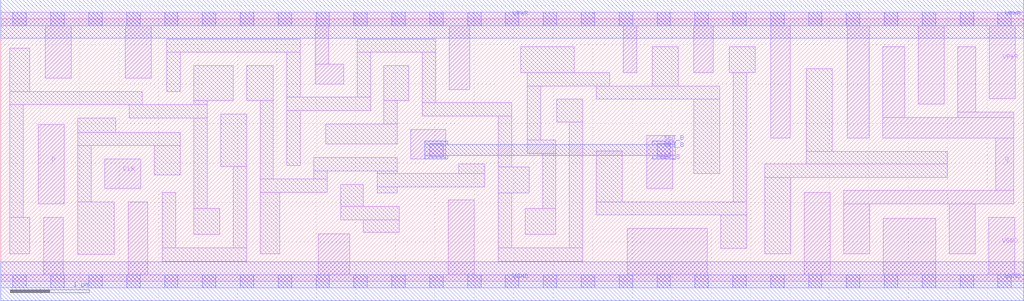
<source format=lef>
# Copyright 2020 The SkyWater PDK Authors
#
# Licensed under the Apache License, Version 2.0 (the "License");
# you may not use this file except in compliance with the License.
# You may obtain a copy of the License at
#
#     https://www.apache.org/licenses/LICENSE-2.0
#
# Unless required by applicable law or agreed to in writing, software
# distributed under the License is distributed on an "AS IS" BASIS,
# WITHOUT WARRANTIES OR CONDITIONS OF ANY KIND, either express or implied.
# See the License for the specific language governing permissions and
# limitations under the License.
#
# SPDX-License-Identifier: Apache-2.0

VERSION 5.7 ;
  NAMESCASESENSITIVE ON ;
  NOWIREEXTENSIONATPIN ON ;
  DIVIDERCHAR "/" ;
  BUSBITCHARS "[]" ;
UNITS
  DATABASE MICRONS 200 ;
END UNITS
MACRO sky130_fd_sc_ms__dfstp_4
  CLASS CORE ;
  SOURCE USER ;
  FOREIGN sky130_fd_sc_ms__dfstp_4 ;
  ORIGIN  0.000000  0.000000 ;
  SIZE  12.96000 BY  3.330000 ;
  SYMMETRY X Y ;
  SITE unit ;
  PIN D
    ANTENNAGATEAREA  0.138600 ;
    DIRECTION INPUT ;
    USE SIGNAL ;
    PORT
      LAYER li1 ;
        RECT 0.475000 0.980000 0.805000 1.990000 ;
    END
  END D
  PIN Q
    ANTENNADIFFAREA  1.052500 ;
    DIRECTION OUTPUT ;
    USE SIGNAL ;
    PORT
      LAYER li1 ;
        RECT 10.680000 0.350000 11.010000 0.980000 ;
        RECT 10.680000 0.980000 12.835000 1.150000 ;
        RECT 11.175000 1.820000 12.835000 2.080000 ;
        RECT 11.175000 2.080000 11.455000 2.980000 ;
        RECT 12.015000 0.350000 12.345000 0.980000 ;
        RECT 12.125000 2.080000 12.835000 2.150000 ;
        RECT 12.125000 2.150000 12.355000 2.980000 ;
        RECT 12.605000 1.150000 12.835000 1.820000 ;
    END
  END Q
  PIN SET_B
    ANTENNAGATEAREA  0.277200 ;
    DIRECTION INPUT ;
    USE SIGNAL ;
    PORT
      LAYER li1 ;
        RECT 5.195000 1.550000 5.635000 1.925000 ;
        RECT 8.185000 1.180000 8.515000 1.850000 ;
      LAYER mcon ;
        RECT 5.435000 1.580000 5.605000 1.750000 ;
        RECT 8.315000 1.580000 8.485000 1.750000 ;
      LAYER met1 ;
        RECT 5.375000 1.550000 5.665000 1.595000 ;
        RECT 5.375000 1.595000 8.545000 1.735000 ;
        RECT 5.375000 1.735000 5.665000 1.780000 ;
        RECT 8.255000 1.550000 8.545000 1.595000 ;
        RECT 8.255000 1.735000 8.545000 1.780000 ;
    END
  END SET_B
  PIN CLK
    ANTENNAGATEAREA  0.312600 ;
    DIRECTION INPUT ;
    USE CLOCK ;
    PORT
      LAYER li1 ;
        RECT 1.315000 1.180000 1.775000 1.550000 ;
    END
  END CLK
  PIN VGND
    DIRECTION INOUT ;
    USE GROUND ;
    PORT
      LAYER li1 ;
        RECT  0.000000 -0.085000 12.960000 0.085000 ;
        RECT  0.545000  0.085000  0.795000 0.810000 ;
        RECT  1.615000  0.085000  1.865000 1.010000 ;
        RECT  4.025000  0.085000  4.420000 0.600000 ;
        RECT  5.670000  0.085000  6.000000 1.030000 ;
        RECT  7.935000  0.085000  8.950000 0.670000 ;
        RECT 10.180000  0.085000 10.510000 1.130000 ;
        RECT 11.180000  0.085000 11.845000 0.800000 ;
        RECT 12.515000  0.085000 12.845000 0.810000 ;
      LAYER mcon ;
        RECT  0.155000 -0.085000  0.325000 0.085000 ;
        RECT  0.635000 -0.085000  0.805000 0.085000 ;
        RECT  1.115000 -0.085000  1.285000 0.085000 ;
        RECT  1.595000 -0.085000  1.765000 0.085000 ;
        RECT  2.075000 -0.085000  2.245000 0.085000 ;
        RECT  2.555000 -0.085000  2.725000 0.085000 ;
        RECT  3.035000 -0.085000  3.205000 0.085000 ;
        RECT  3.515000 -0.085000  3.685000 0.085000 ;
        RECT  3.995000 -0.085000  4.165000 0.085000 ;
        RECT  4.475000 -0.085000  4.645000 0.085000 ;
        RECT  4.955000 -0.085000  5.125000 0.085000 ;
        RECT  5.435000 -0.085000  5.605000 0.085000 ;
        RECT  5.915000 -0.085000  6.085000 0.085000 ;
        RECT  6.395000 -0.085000  6.565000 0.085000 ;
        RECT  6.875000 -0.085000  7.045000 0.085000 ;
        RECT  7.355000 -0.085000  7.525000 0.085000 ;
        RECT  7.835000 -0.085000  8.005000 0.085000 ;
        RECT  8.315000 -0.085000  8.485000 0.085000 ;
        RECT  8.795000 -0.085000  8.965000 0.085000 ;
        RECT  9.275000 -0.085000  9.445000 0.085000 ;
        RECT  9.755000 -0.085000  9.925000 0.085000 ;
        RECT 10.235000 -0.085000 10.405000 0.085000 ;
        RECT 10.715000 -0.085000 10.885000 0.085000 ;
        RECT 11.195000 -0.085000 11.365000 0.085000 ;
        RECT 11.675000 -0.085000 11.845000 0.085000 ;
        RECT 12.155000 -0.085000 12.325000 0.085000 ;
        RECT 12.635000 -0.085000 12.805000 0.085000 ;
      LAYER met1 ;
        RECT 0.000000 -0.245000 12.960000 0.245000 ;
    END
  END VGND
  PIN VPWR
    DIRECTION INOUT ;
    USE POWER ;
    PORT
      LAYER li1 ;
        RECT  0.000000 3.245000 12.960000 3.415000 ;
        RECT  0.565000 2.580000  0.895000 3.245000 ;
        RECT  1.575000 2.580000  1.905000 3.245000 ;
        RECT  3.985000 2.505000  4.345000 2.755000 ;
        RECT  3.985000 2.755000  4.155000 3.245000 ;
        RECT  5.680000 2.435000  5.940000 3.245000 ;
        RECT  7.885000 2.650000  8.055000 3.245000 ;
        RECT  8.780000 2.650000  9.030000 3.245000 ;
        RECT  9.755000 1.820000 10.005000 3.245000 ;
        RECT 10.725000 1.820000 11.005000 3.245000 ;
        RECT 11.625000 2.250000 11.955000 3.245000 ;
        RECT 12.525000 2.320000 12.855000 3.245000 ;
      LAYER mcon ;
        RECT  0.155000 3.245000  0.325000 3.415000 ;
        RECT  0.635000 3.245000  0.805000 3.415000 ;
        RECT  1.115000 3.245000  1.285000 3.415000 ;
        RECT  1.595000 3.245000  1.765000 3.415000 ;
        RECT  2.075000 3.245000  2.245000 3.415000 ;
        RECT  2.555000 3.245000  2.725000 3.415000 ;
        RECT  3.035000 3.245000  3.205000 3.415000 ;
        RECT  3.515000 3.245000  3.685000 3.415000 ;
        RECT  3.995000 3.245000  4.165000 3.415000 ;
        RECT  4.475000 3.245000  4.645000 3.415000 ;
        RECT  4.955000 3.245000  5.125000 3.415000 ;
        RECT  5.435000 3.245000  5.605000 3.415000 ;
        RECT  5.915000 3.245000  6.085000 3.415000 ;
        RECT  6.395000 3.245000  6.565000 3.415000 ;
        RECT  6.875000 3.245000  7.045000 3.415000 ;
        RECT  7.355000 3.245000  7.525000 3.415000 ;
        RECT  7.835000 3.245000  8.005000 3.415000 ;
        RECT  8.315000 3.245000  8.485000 3.415000 ;
        RECT  8.795000 3.245000  8.965000 3.415000 ;
        RECT  9.275000 3.245000  9.445000 3.415000 ;
        RECT  9.755000 3.245000  9.925000 3.415000 ;
        RECT 10.235000 3.245000 10.405000 3.415000 ;
        RECT 10.715000 3.245000 10.885000 3.415000 ;
        RECT 11.195000 3.245000 11.365000 3.415000 ;
        RECT 11.675000 3.245000 11.845000 3.415000 ;
        RECT 12.155000 3.245000 12.325000 3.415000 ;
        RECT 12.635000 3.245000 12.805000 3.415000 ;
      LAYER met1 ;
        RECT 0.000000 3.085000 12.960000 3.575000 ;
    END
  END VPWR
  OBS
    LAYER li1 ;
      RECT  0.115000 0.350000  0.365000 0.810000 ;
      RECT  0.115000 0.810000  0.285000 2.240000 ;
      RECT  0.115000 2.240000  1.795000 2.410000 ;
      RECT  0.115000 2.410000  0.365000 2.960000 ;
      RECT  0.975000 0.340000  1.435000 1.010000 ;
      RECT  0.975000 1.010000  1.145000 1.720000 ;
      RECT  0.975000 1.720000  2.275000 1.890000 ;
      RECT  0.975000 1.890000  1.455000 2.070000 ;
      RECT  1.625000 2.070000  2.615000 2.240000 ;
      RECT  1.945000 1.350000  2.275000 1.720000 ;
      RECT  2.045000 0.255000  3.115000 0.425000 ;
      RECT  2.045000 0.425000  2.215000 1.130000 ;
      RECT  2.105000 2.410000  2.275000 2.905000 ;
      RECT  2.105000 2.905000  3.795000 3.075000 ;
      RECT  2.445000 0.595000  2.775000 0.925000 ;
      RECT  2.445000 0.925000  2.615000 2.070000 ;
      RECT  2.445000 2.240000  2.615000 2.295000 ;
      RECT  2.445000 2.295000  2.945000 2.735000 ;
      RECT  2.785000 1.455000  3.115000 2.125000 ;
      RECT  2.945000 0.425000  3.115000 1.455000 ;
      RECT  3.115000 2.295000  3.455000 2.735000 ;
      RECT  3.285000 0.350000  3.535000 1.130000 ;
      RECT  3.285000 1.130000  4.135000 1.300000 ;
      RECT  3.285000 1.300000  3.455000 2.295000 ;
      RECT  3.625000 1.470000  3.795000 2.165000 ;
      RECT  3.625000 2.165000  4.685000 2.335000 ;
      RECT  3.625000 2.335000  3.795000 2.905000 ;
      RECT  3.965000 1.300000  4.135000 1.400000 ;
      RECT  3.965000 1.400000  5.025000 1.570000 ;
      RECT  4.115000 1.740000  5.025000 1.995000 ;
      RECT  4.305000 0.780000  5.050000 0.950000 ;
      RECT  4.305000 0.950000  4.590000 1.230000 ;
      RECT  4.515000 2.335000  4.685000 2.905000 ;
      RECT  4.515000 2.905000  5.510000 3.075000 ;
      RECT  4.590000 0.620000  5.050000 0.780000 ;
      RECT  4.770000 1.120000  5.025000 1.200000 ;
      RECT  4.770000 1.200000  6.135000 1.370000 ;
      RECT  4.770000 1.370000  5.025000 1.400000 ;
      RECT  4.855000 1.995000  5.025000 2.295000 ;
      RECT  4.855000 2.295000  5.170000 2.735000 ;
      RECT  5.340000 2.095000  6.475000 2.265000 ;
      RECT  5.340000 2.265000  5.510000 2.905000 ;
      RECT  5.805000 1.370000  6.135000 1.490000 ;
      RECT  6.305000 0.255000  7.375000 0.425000 ;
      RECT  6.305000 0.425000  6.475000 1.120000 ;
      RECT  6.305000 1.120000  6.695000 1.450000 ;
      RECT  6.305000 1.450000  6.475000 2.095000 ;
      RECT  6.590000 2.650000  7.265000 2.980000 ;
      RECT  6.645000 0.595000  7.035000 0.925000 ;
      RECT  6.670000 1.620000  7.035000 1.790000 ;
      RECT  6.670000 1.790000  6.840000 2.480000 ;
      RECT  6.670000 2.480000  7.715000 2.650000 ;
      RECT  6.865000 0.925000  7.035000 1.620000 ;
      RECT  7.045000 2.020000  7.375000 2.310000 ;
      RECT  7.205000 0.425000  7.375000 2.020000 ;
      RECT  7.545000 0.840000  9.450000 1.010000 ;
      RECT  7.545000 1.010000  7.875000 1.655000 ;
      RECT  7.545000 2.310000  9.110000 2.480000 ;
      RECT  8.255000 2.480000  8.585000 2.980000 ;
      RECT  8.780000 1.370000  9.110000 2.310000 ;
      RECT  9.120000 0.420000  9.450000 0.840000 ;
      RECT  9.230000 2.650000  9.560000 2.980000 ;
      RECT  9.280000 1.010000  9.450000 2.650000 ;
      RECT  9.680000 0.350000 10.010000 1.320000 ;
      RECT  9.680000 1.320000 11.995000 1.490000 ;
      RECT 10.205000 1.490000 11.995000 1.650000 ;
      RECT 10.205000 1.650000 10.535000 2.700000 ;
  END
END sky130_fd_sc_ms__dfstp_4

</source>
